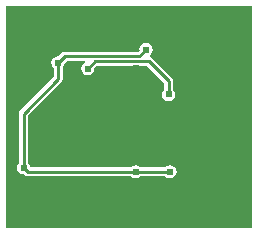
<source format=gbl>
G04*
G04 #@! TF.GenerationSoftware,Altium Limited,Altium Designer,19.0.15 (446)*
G04*
G04 Layer_Physical_Order=4*
G04 Layer_Color=16711680*
%FSLAX24Y24*%
%MOIN*%
G70*
G01*
G75*
%ADD10C,0.0098*%
%ADD38C,0.0240*%
G36*
X4297Y-3706D02*
X-3903D01*
Y3706D01*
X4297D01*
Y-3706D01*
D02*
G37*
%LPC*%
G36*
X758Y2478D02*
X672Y2461D01*
X599Y2413D01*
X551Y2340D01*
X534Y2254D01*
X535Y2246D01*
X468Y2180D01*
X-1959D01*
X-2017Y2168D01*
X-2066Y2135D01*
X-2168Y2034D01*
X-2175Y2035D01*
X-2261Y2018D01*
X-2334Y1970D01*
X-2382Y1897D01*
X-2400Y1811D01*
X-2382Y1725D01*
X-2334Y1652D01*
X-2327Y1648D01*
Y1333D01*
X-3434Y226D01*
X-3467Y176D01*
X-3479Y118D01*
Y-1520D01*
X-3485Y-1524D01*
X-3534Y-1597D01*
X-3551Y-1683D01*
X-3534Y-1769D01*
X-3485Y-1842D01*
X-3413Y-1890D01*
X-3327Y-1907D01*
X-3319Y-1906D01*
X-3297Y-1928D01*
X-3297Y-1928D01*
X-3247Y-1961D01*
X-3189Y-1973D01*
X-3189Y-1973D01*
X241D01*
X245Y-1979D01*
X318Y-2028D01*
X404Y-2045D01*
X489Y-2028D01*
X562Y-1979D01*
X566Y-1973D01*
X1382D01*
X1387Y-1979D01*
X1459Y-2028D01*
X1545Y-2045D01*
X1631Y-2028D01*
X1704Y-1979D01*
X1753Y-1907D01*
X1770Y-1821D01*
X1753Y-1735D01*
X1704Y-1662D01*
X1631Y-1614D01*
X1545Y-1597D01*
X1459Y-1614D01*
X1387Y-1662D01*
X1382Y-1669D01*
X566D01*
X562Y-1662D01*
X489Y-1614D01*
X404Y-1597D01*
X318Y-1614D01*
X245Y-1662D01*
X241Y-1669D01*
X-3105D01*
X-3120Y-1597D01*
X-3168Y-1524D01*
X-3175Y-1520D01*
Y55D01*
X-2068Y1162D01*
X-2068Y1162D01*
X-2035Y1211D01*
X-2023Y1270D01*
X-2023Y1270D01*
Y1648D01*
X-2017Y1652D01*
X-1968Y1725D01*
X-1951Y1811D01*
X-1952Y1819D01*
X-1896Y1875D01*
X-1286D01*
X-1277Y1826D01*
X-1350Y1778D01*
X-1398Y1705D01*
X-1415Y1619D01*
X-1398Y1533D01*
X-1350Y1460D01*
X-1277Y1412D01*
X-1191Y1395D01*
X-1105Y1412D01*
X-1032Y1460D01*
X-984Y1533D01*
X-967Y1619D01*
X-968Y1627D01*
X-877Y1718D01*
X784D01*
X1354Y1148D01*
Y921D01*
X1347Y916D01*
X1299Y844D01*
X1282Y758D01*
X1299Y672D01*
X1347Y599D01*
X1420Y551D01*
X1506Y534D01*
X1592Y551D01*
X1665Y599D01*
X1713Y672D01*
X1730Y758D01*
X1713Y844D01*
X1665Y916D01*
X1658Y921D01*
Y1211D01*
X1646Y1269D01*
X1613Y1318D01*
X1613Y1318D01*
X954Y1978D01*
X905Y2011D01*
X885Y2014D01*
X875Y2067D01*
X916Y2095D01*
X965Y2168D01*
X982Y2254D01*
X965Y2340D01*
X916Y2413D01*
X844Y2461D01*
X758Y2478D01*
D02*
G37*
%LPD*%
D10*
X1506Y758D02*
Y1211D01*
X847Y1870D02*
X1506Y1211D01*
X-940Y1870D02*
X847D01*
X-1959Y2027D02*
X531D01*
X-2175Y1811D02*
X-1959Y2027D01*
X531D02*
X758Y2254D01*
X-1191Y1619D02*
X-940Y1870D01*
X404Y-1821D02*
X404Y-1821D01*
X-3189Y-1821D02*
X404D01*
X-3327Y-1683D02*
X-3189Y-1821D01*
X-3327Y-1683D02*
Y118D01*
X-2175Y1270D01*
Y1811D01*
X404Y-1821D02*
X1545D01*
D38*
X2539Y1427D02*
D03*
X2204Y738D02*
D03*
X1506Y758D02*
D03*
X2539Y1073D02*
D03*
X404Y1634D02*
D03*
X1589Y2917D02*
D03*
X2160Y1804D02*
D03*
X3566Y-79D02*
D03*
X3566Y679D02*
D03*
X3570Y1590D02*
D03*
X4176D02*
D03*
X3570Y2590D02*
D03*
X4176D02*
D03*
X1570Y3590D02*
D03*
X4176D02*
D03*
X2570D02*
D03*
X4176Y-590D02*
D03*
X3490D02*
D03*
Y-1590D02*
D03*
X2472D02*
D03*
X4176D02*
D03*
Y-2590D02*
D03*
Y-3590D02*
D03*
X2913Y1053D02*
D03*
X4176Y679D02*
D03*
Y-79D02*
D03*
X2569Y-39D02*
D03*
X2600Y717D02*
D03*
X404Y2263D02*
D03*
X757Y3590D02*
D03*
X3570D02*
D03*
X2825Y-797D02*
D03*
X1496Y-2234D02*
D03*
X2472Y-3590D02*
D03*
Y-2590D02*
D03*
X3490D02*
D03*
Y-3590D02*
D03*
X1208D02*
D03*
X260D02*
D03*
X148Y-2559D02*
D03*
X-1043Y-2864D02*
D03*
X-1516D02*
D03*
X-1020Y-3590D02*
D03*
X-2420D02*
D03*
X-1959Y-2559D02*
D03*
X-2490D02*
D03*
X-2960Y-3590D02*
D03*
X-3790Y-60D02*
D03*
X-2619Y394D02*
D03*
X-2835Y1033D02*
D03*
X-2913Y1467D02*
D03*
X-2559Y2362D02*
D03*
X-719Y3590D02*
D03*
X-1575D02*
D03*
X-2559D02*
D03*
X-3790D02*
D03*
Y2362D02*
D03*
Y984D02*
D03*
Y-2470D02*
D03*
Y-3590D02*
D03*
X-3327Y-1683D02*
D03*
X-3062Y-157D02*
D03*
X758Y2254D02*
D03*
X-2175Y1811D02*
D03*
X-709Y1457D02*
D03*
X404Y-1821D02*
D03*
X1545Y-1821D02*
D03*
X404Y-2244D02*
D03*
X1211Y-2550D02*
D03*
X1417Y-1378D02*
D03*
X-3790Y-1330D02*
D03*
X-2992D02*
D03*
X-709Y709D02*
D03*
X-236D02*
D03*
X236D02*
D03*
X709D02*
D03*
X-709Y236D02*
D03*
X-236D02*
D03*
X236D02*
D03*
X709D02*
D03*
X-709Y-236D02*
D03*
X-236D02*
D03*
X236D02*
D03*
X709D02*
D03*
X-709Y-709D02*
D03*
X-236D02*
D03*
X236D02*
D03*
X709D02*
D03*
X-1191Y1619D02*
D03*
X-740Y2710D02*
D03*
M02*

</source>
